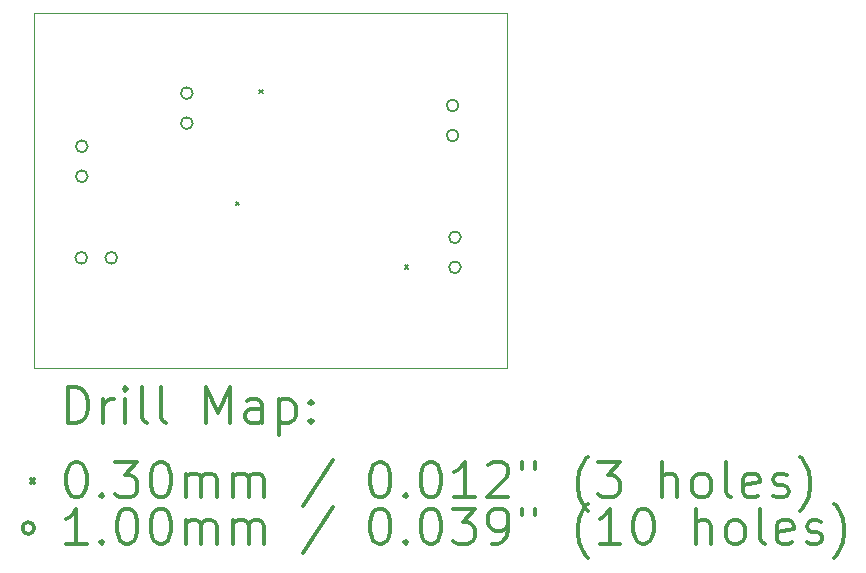
<source format=gbr>
%FSLAX45Y45*%
G04 Gerber Fmt 4.5, Leading zero omitted, Abs format (unit mm)*
G04 Created by KiCad (PCBNEW (5.1.5-0)) date 2022-03-29 15:48:20*
%MOMM*%
%LPD*%
G04 APERTURE LIST*
%TA.AperFunction,Profile*%
%ADD10C,0.038100*%
%TD*%
%ADD11C,0.200000*%
%ADD12C,0.300000*%
G04 APERTURE END LIST*
D10*
X-4500000Y-2500000D02*
X-4500000Y500000D01*
X-500000Y-2500000D02*
X-4500000Y-2500000D01*
X-500000Y500000D02*
X-500000Y-2500000D01*
X-4500000Y500000D02*
X-500000Y500000D01*
D11*
X-2795000Y-1095000D02*
X-2765000Y-1125000D01*
X-2765000Y-1095000D02*
X-2795000Y-1125000D01*
X-2595000Y-145000D02*
X-2565000Y-175000D01*
X-2565000Y-145000D02*
X-2595000Y-175000D01*
X-1365000Y-1635000D02*
X-1335000Y-1665000D01*
X-1335000Y-1635000D02*
X-1365000Y-1665000D01*
X-4050000Y-626000D02*
G75*
G03X-4050000Y-626000I-50000J0D01*
G01*
X-4050000Y-880000D02*
G75*
G03X-4050000Y-880000I-50000J0D01*
G01*
X-910000Y-280000D02*
G75*
G03X-910000Y-280000I-50000J0D01*
G01*
X-910000Y-534000D02*
G75*
G03X-910000Y-534000I-50000J0D01*
G01*
X-890000Y-1396000D02*
G75*
G03X-890000Y-1396000I-50000J0D01*
G01*
X-890000Y-1650000D02*
G75*
G03X-890000Y-1650000I-50000J0D01*
G01*
X-4054000Y-1570000D02*
G75*
G03X-4054000Y-1570000I-50000J0D01*
G01*
X-3800000Y-1570000D02*
G75*
G03X-3800000Y-1570000I-50000J0D01*
G01*
X-3160000Y-176000D02*
G75*
G03X-3160000Y-176000I-50000J0D01*
G01*
X-3160000Y-430000D02*
G75*
G03X-3160000Y-430000I-50000J0D01*
G01*
D12*
X-4215477Y-2967619D02*
X-4215477Y-2667619D01*
X-4144048Y-2667619D01*
X-4101191Y-2681905D01*
X-4072619Y-2710477D01*
X-4058334Y-2739048D01*
X-4044048Y-2796191D01*
X-4044048Y-2839048D01*
X-4058334Y-2896191D01*
X-4072619Y-2924762D01*
X-4101191Y-2953334D01*
X-4144048Y-2967619D01*
X-4215477Y-2967619D01*
X-3915476Y-2967619D02*
X-3915476Y-2767619D01*
X-3915476Y-2824762D02*
X-3901191Y-2796191D01*
X-3886905Y-2781905D01*
X-3858334Y-2767619D01*
X-3829762Y-2767619D01*
X-3729762Y-2967619D02*
X-3729762Y-2767619D01*
X-3729762Y-2667619D02*
X-3744048Y-2681905D01*
X-3729762Y-2696191D01*
X-3715476Y-2681905D01*
X-3729762Y-2667619D01*
X-3729762Y-2696191D01*
X-3544048Y-2967619D02*
X-3572619Y-2953334D01*
X-3586905Y-2924762D01*
X-3586905Y-2667619D01*
X-3386905Y-2967619D02*
X-3415476Y-2953334D01*
X-3429762Y-2924762D01*
X-3429762Y-2667619D01*
X-3044048Y-2967619D02*
X-3044048Y-2667619D01*
X-2944048Y-2881905D01*
X-2844048Y-2667619D01*
X-2844048Y-2967619D01*
X-2572619Y-2967619D02*
X-2572619Y-2810476D01*
X-2586905Y-2781905D01*
X-2615477Y-2767619D01*
X-2672619Y-2767619D01*
X-2701191Y-2781905D01*
X-2572619Y-2953334D02*
X-2601191Y-2967619D01*
X-2672619Y-2967619D01*
X-2701191Y-2953334D01*
X-2715477Y-2924762D01*
X-2715477Y-2896191D01*
X-2701191Y-2867619D01*
X-2672619Y-2853334D01*
X-2601191Y-2853334D01*
X-2572619Y-2839048D01*
X-2429762Y-2767619D02*
X-2429762Y-3067619D01*
X-2429762Y-2781905D02*
X-2401191Y-2767619D01*
X-2344048Y-2767619D01*
X-2315477Y-2781905D01*
X-2301191Y-2796191D01*
X-2286905Y-2824762D01*
X-2286905Y-2910476D01*
X-2301191Y-2939048D01*
X-2315477Y-2953334D01*
X-2344048Y-2967619D01*
X-2401191Y-2967619D01*
X-2429762Y-2953334D01*
X-2158334Y-2939048D02*
X-2144048Y-2953334D01*
X-2158334Y-2967619D01*
X-2172619Y-2953334D01*
X-2158334Y-2939048D01*
X-2158334Y-2967619D01*
X-2158334Y-2781905D02*
X-2144048Y-2796191D01*
X-2158334Y-2810476D01*
X-2172619Y-2796191D01*
X-2158334Y-2781905D01*
X-2158334Y-2810476D01*
X-4531905Y-3446905D02*
X-4501905Y-3476905D01*
X-4501905Y-3446905D02*
X-4531905Y-3476905D01*
X-4158334Y-3297619D02*
X-4129762Y-3297619D01*
X-4101191Y-3311905D01*
X-4086905Y-3326191D01*
X-4072619Y-3354762D01*
X-4058334Y-3411905D01*
X-4058334Y-3483334D01*
X-4072619Y-3540476D01*
X-4086905Y-3569048D01*
X-4101191Y-3583334D01*
X-4129762Y-3597619D01*
X-4158334Y-3597619D01*
X-4186905Y-3583334D01*
X-4201191Y-3569048D01*
X-4215477Y-3540476D01*
X-4229762Y-3483334D01*
X-4229762Y-3411905D01*
X-4215477Y-3354762D01*
X-4201191Y-3326191D01*
X-4186905Y-3311905D01*
X-4158334Y-3297619D01*
X-3929762Y-3569048D02*
X-3915476Y-3583334D01*
X-3929762Y-3597619D01*
X-3944048Y-3583334D01*
X-3929762Y-3569048D01*
X-3929762Y-3597619D01*
X-3815476Y-3297619D02*
X-3629762Y-3297619D01*
X-3729762Y-3411905D01*
X-3686905Y-3411905D01*
X-3658334Y-3426191D01*
X-3644048Y-3440476D01*
X-3629762Y-3469048D01*
X-3629762Y-3540476D01*
X-3644048Y-3569048D01*
X-3658334Y-3583334D01*
X-3686905Y-3597619D01*
X-3772619Y-3597619D01*
X-3801191Y-3583334D01*
X-3815476Y-3569048D01*
X-3444048Y-3297619D02*
X-3415476Y-3297619D01*
X-3386905Y-3311905D01*
X-3372619Y-3326191D01*
X-3358334Y-3354762D01*
X-3344048Y-3411905D01*
X-3344048Y-3483334D01*
X-3358334Y-3540476D01*
X-3372619Y-3569048D01*
X-3386905Y-3583334D01*
X-3415476Y-3597619D01*
X-3444048Y-3597619D01*
X-3472619Y-3583334D01*
X-3486905Y-3569048D01*
X-3501191Y-3540476D01*
X-3515476Y-3483334D01*
X-3515476Y-3411905D01*
X-3501191Y-3354762D01*
X-3486905Y-3326191D01*
X-3472619Y-3311905D01*
X-3444048Y-3297619D01*
X-3215476Y-3597619D02*
X-3215476Y-3397619D01*
X-3215476Y-3426191D02*
X-3201191Y-3411905D01*
X-3172619Y-3397619D01*
X-3129762Y-3397619D01*
X-3101191Y-3411905D01*
X-3086905Y-3440476D01*
X-3086905Y-3597619D01*
X-3086905Y-3440476D02*
X-3072619Y-3411905D01*
X-3044048Y-3397619D01*
X-3001191Y-3397619D01*
X-2972619Y-3411905D01*
X-2958334Y-3440476D01*
X-2958334Y-3597619D01*
X-2815476Y-3597619D02*
X-2815476Y-3397619D01*
X-2815476Y-3426191D02*
X-2801191Y-3411905D01*
X-2772619Y-3397619D01*
X-2729762Y-3397619D01*
X-2701191Y-3411905D01*
X-2686905Y-3440476D01*
X-2686905Y-3597619D01*
X-2686905Y-3440476D02*
X-2672619Y-3411905D01*
X-2644048Y-3397619D01*
X-2601191Y-3397619D01*
X-2572619Y-3411905D01*
X-2558334Y-3440476D01*
X-2558334Y-3597619D01*
X-1972619Y-3283334D02*
X-2229762Y-3669048D01*
X-1586905Y-3297619D02*
X-1558334Y-3297619D01*
X-1529762Y-3311905D01*
X-1515476Y-3326191D01*
X-1501191Y-3354762D01*
X-1486905Y-3411905D01*
X-1486905Y-3483334D01*
X-1501191Y-3540476D01*
X-1515476Y-3569048D01*
X-1529762Y-3583334D01*
X-1558334Y-3597619D01*
X-1586905Y-3597619D01*
X-1615476Y-3583334D01*
X-1629762Y-3569048D01*
X-1644048Y-3540476D01*
X-1658334Y-3483334D01*
X-1658334Y-3411905D01*
X-1644048Y-3354762D01*
X-1629762Y-3326191D01*
X-1615476Y-3311905D01*
X-1586905Y-3297619D01*
X-1358334Y-3569048D02*
X-1344048Y-3583334D01*
X-1358334Y-3597619D01*
X-1372619Y-3583334D01*
X-1358334Y-3569048D01*
X-1358334Y-3597619D01*
X-1158334Y-3297619D02*
X-1129762Y-3297619D01*
X-1101191Y-3311905D01*
X-1086905Y-3326191D01*
X-1072619Y-3354762D01*
X-1058334Y-3411905D01*
X-1058334Y-3483334D01*
X-1072619Y-3540476D01*
X-1086905Y-3569048D01*
X-1101191Y-3583334D01*
X-1129762Y-3597619D01*
X-1158334Y-3597619D01*
X-1186905Y-3583334D01*
X-1201191Y-3569048D01*
X-1215477Y-3540476D01*
X-1229762Y-3483334D01*
X-1229762Y-3411905D01*
X-1215477Y-3354762D01*
X-1201191Y-3326191D01*
X-1186905Y-3311905D01*
X-1158334Y-3297619D01*
X-772619Y-3597619D02*
X-944048Y-3597619D01*
X-858334Y-3597619D02*
X-858334Y-3297619D01*
X-886905Y-3340476D01*
X-915476Y-3369048D01*
X-944048Y-3383334D01*
X-658334Y-3326191D02*
X-644048Y-3311905D01*
X-615477Y-3297619D01*
X-544048Y-3297619D01*
X-515476Y-3311905D01*
X-501191Y-3326191D01*
X-486905Y-3354762D01*
X-486905Y-3383334D01*
X-501191Y-3426191D01*
X-672619Y-3597619D01*
X-486905Y-3597619D01*
X-372619Y-3297619D02*
X-372619Y-3354762D01*
X-258334Y-3297619D02*
X-258334Y-3354762D01*
X184523Y-3711905D02*
X170238Y-3697619D01*
X141666Y-3654762D01*
X127381Y-3626191D01*
X113095Y-3583334D01*
X98809Y-3511905D01*
X98809Y-3454762D01*
X113095Y-3383334D01*
X127381Y-3340476D01*
X141666Y-3311905D01*
X170238Y-3269048D01*
X184523Y-3254762D01*
X270238Y-3297619D02*
X455952Y-3297619D01*
X355952Y-3411905D01*
X398809Y-3411905D01*
X427381Y-3426191D01*
X441666Y-3440476D01*
X455952Y-3469048D01*
X455952Y-3540476D01*
X441666Y-3569048D01*
X427381Y-3583334D01*
X398809Y-3597619D01*
X313095Y-3597619D01*
X284523Y-3583334D01*
X270238Y-3569048D01*
X813095Y-3597619D02*
X813095Y-3297619D01*
X941666Y-3597619D02*
X941666Y-3440476D01*
X927381Y-3411905D01*
X898809Y-3397619D01*
X855952Y-3397619D01*
X827381Y-3411905D01*
X813095Y-3426191D01*
X1127381Y-3597619D02*
X1098809Y-3583334D01*
X1084523Y-3569048D01*
X1070238Y-3540476D01*
X1070238Y-3454762D01*
X1084523Y-3426191D01*
X1098809Y-3411905D01*
X1127381Y-3397619D01*
X1170238Y-3397619D01*
X1198809Y-3411905D01*
X1213095Y-3426191D01*
X1227381Y-3454762D01*
X1227381Y-3540476D01*
X1213095Y-3569048D01*
X1198809Y-3583334D01*
X1170238Y-3597619D01*
X1127381Y-3597619D01*
X1398809Y-3597619D02*
X1370238Y-3583334D01*
X1355952Y-3554762D01*
X1355952Y-3297619D01*
X1627381Y-3583334D02*
X1598809Y-3597619D01*
X1541666Y-3597619D01*
X1513095Y-3583334D01*
X1498809Y-3554762D01*
X1498809Y-3440476D01*
X1513095Y-3411905D01*
X1541666Y-3397619D01*
X1598809Y-3397619D01*
X1627381Y-3411905D01*
X1641666Y-3440476D01*
X1641666Y-3469048D01*
X1498809Y-3497619D01*
X1755952Y-3583334D02*
X1784523Y-3597619D01*
X1841666Y-3597619D01*
X1870238Y-3583334D01*
X1884523Y-3554762D01*
X1884523Y-3540476D01*
X1870238Y-3511905D01*
X1841666Y-3497619D01*
X1798809Y-3497619D01*
X1770238Y-3483334D01*
X1755952Y-3454762D01*
X1755952Y-3440476D01*
X1770238Y-3411905D01*
X1798809Y-3397619D01*
X1841666Y-3397619D01*
X1870238Y-3411905D01*
X1984523Y-3711905D02*
X1998809Y-3697619D01*
X2027381Y-3654762D01*
X2041666Y-3626191D01*
X2055952Y-3583334D01*
X2070238Y-3511905D01*
X2070238Y-3454762D01*
X2055952Y-3383334D01*
X2041666Y-3340476D01*
X2027381Y-3311905D01*
X1998809Y-3269048D01*
X1984523Y-3254762D01*
X-4501905Y-3857905D02*
G75*
G03X-4501905Y-3857905I-50000J0D01*
G01*
X-4058334Y-3993619D02*
X-4229762Y-3993619D01*
X-4144048Y-3993619D02*
X-4144048Y-3693619D01*
X-4172619Y-3736476D01*
X-4201191Y-3765048D01*
X-4229762Y-3779334D01*
X-3929762Y-3965048D02*
X-3915476Y-3979334D01*
X-3929762Y-3993619D01*
X-3944048Y-3979334D01*
X-3929762Y-3965048D01*
X-3929762Y-3993619D01*
X-3729762Y-3693619D02*
X-3701191Y-3693619D01*
X-3672619Y-3707905D01*
X-3658334Y-3722191D01*
X-3644048Y-3750762D01*
X-3629762Y-3807905D01*
X-3629762Y-3879334D01*
X-3644048Y-3936476D01*
X-3658334Y-3965048D01*
X-3672619Y-3979334D01*
X-3701191Y-3993619D01*
X-3729762Y-3993619D01*
X-3758334Y-3979334D01*
X-3772619Y-3965048D01*
X-3786905Y-3936476D01*
X-3801191Y-3879334D01*
X-3801191Y-3807905D01*
X-3786905Y-3750762D01*
X-3772619Y-3722191D01*
X-3758334Y-3707905D01*
X-3729762Y-3693619D01*
X-3444048Y-3693619D02*
X-3415476Y-3693619D01*
X-3386905Y-3707905D01*
X-3372619Y-3722191D01*
X-3358334Y-3750762D01*
X-3344048Y-3807905D01*
X-3344048Y-3879334D01*
X-3358334Y-3936476D01*
X-3372619Y-3965048D01*
X-3386905Y-3979334D01*
X-3415476Y-3993619D01*
X-3444048Y-3993619D01*
X-3472619Y-3979334D01*
X-3486905Y-3965048D01*
X-3501191Y-3936476D01*
X-3515476Y-3879334D01*
X-3515476Y-3807905D01*
X-3501191Y-3750762D01*
X-3486905Y-3722191D01*
X-3472619Y-3707905D01*
X-3444048Y-3693619D01*
X-3215476Y-3993619D02*
X-3215476Y-3793619D01*
X-3215476Y-3822191D02*
X-3201191Y-3807905D01*
X-3172619Y-3793619D01*
X-3129762Y-3793619D01*
X-3101191Y-3807905D01*
X-3086905Y-3836476D01*
X-3086905Y-3993619D01*
X-3086905Y-3836476D02*
X-3072619Y-3807905D01*
X-3044048Y-3793619D01*
X-3001191Y-3793619D01*
X-2972619Y-3807905D01*
X-2958334Y-3836476D01*
X-2958334Y-3993619D01*
X-2815476Y-3993619D02*
X-2815476Y-3793619D01*
X-2815476Y-3822191D02*
X-2801191Y-3807905D01*
X-2772619Y-3793619D01*
X-2729762Y-3793619D01*
X-2701191Y-3807905D01*
X-2686905Y-3836476D01*
X-2686905Y-3993619D01*
X-2686905Y-3836476D02*
X-2672619Y-3807905D01*
X-2644048Y-3793619D01*
X-2601191Y-3793619D01*
X-2572619Y-3807905D01*
X-2558334Y-3836476D01*
X-2558334Y-3993619D01*
X-1972619Y-3679334D02*
X-2229762Y-4065048D01*
X-1586905Y-3693619D02*
X-1558334Y-3693619D01*
X-1529762Y-3707905D01*
X-1515476Y-3722191D01*
X-1501191Y-3750762D01*
X-1486905Y-3807905D01*
X-1486905Y-3879334D01*
X-1501191Y-3936476D01*
X-1515476Y-3965048D01*
X-1529762Y-3979334D01*
X-1558334Y-3993619D01*
X-1586905Y-3993619D01*
X-1615476Y-3979334D01*
X-1629762Y-3965048D01*
X-1644048Y-3936476D01*
X-1658334Y-3879334D01*
X-1658334Y-3807905D01*
X-1644048Y-3750762D01*
X-1629762Y-3722191D01*
X-1615476Y-3707905D01*
X-1586905Y-3693619D01*
X-1358334Y-3965048D02*
X-1344048Y-3979334D01*
X-1358334Y-3993619D01*
X-1372619Y-3979334D01*
X-1358334Y-3965048D01*
X-1358334Y-3993619D01*
X-1158334Y-3693619D02*
X-1129762Y-3693619D01*
X-1101191Y-3707905D01*
X-1086905Y-3722191D01*
X-1072619Y-3750762D01*
X-1058334Y-3807905D01*
X-1058334Y-3879334D01*
X-1072619Y-3936476D01*
X-1086905Y-3965048D01*
X-1101191Y-3979334D01*
X-1129762Y-3993619D01*
X-1158334Y-3993619D01*
X-1186905Y-3979334D01*
X-1201191Y-3965048D01*
X-1215477Y-3936476D01*
X-1229762Y-3879334D01*
X-1229762Y-3807905D01*
X-1215477Y-3750762D01*
X-1201191Y-3722191D01*
X-1186905Y-3707905D01*
X-1158334Y-3693619D01*
X-958334Y-3693619D02*
X-772619Y-3693619D01*
X-872619Y-3807905D01*
X-829762Y-3807905D01*
X-801191Y-3822191D01*
X-786905Y-3836476D01*
X-772619Y-3865048D01*
X-772619Y-3936476D01*
X-786905Y-3965048D01*
X-801191Y-3979334D01*
X-829762Y-3993619D01*
X-915476Y-3993619D01*
X-944048Y-3979334D01*
X-958334Y-3965048D01*
X-629762Y-3993619D02*
X-572619Y-3993619D01*
X-544048Y-3979334D01*
X-529762Y-3965048D01*
X-501191Y-3922191D01*
X-486905Y-3865048D01*
X-486905Y-3750762D01*
X-501191Y-3722191D01*
X-515476Y-3707905D01*
X-544048Y-3693619D01*
X-601191Y-3693619D01*
X-629762Y-3707905D01*
X-644048Y-3722191D01*
X-658334Y-3750762D01*
X-658334Y-3822191D01*
X-644048Y-3850762D01*
X-629762Y-3865048D01*
X-601191Y-3879334D01*
X-544048Y-3879334D01*
X-515476Y-3865048D01*
X-501191Y-3850762D01*
X-486905Y-3822191D01*
X-372619Y-3693619D02*
X-372619Y-3750762D01*
X-258334Y-3693619D02*
X-258334Y-3750762D01*
X184523Y-4107905D02*
X170238Y-4093619D01*
X141666Y-4050762D01*
X127381Y-4022191D01*
X113095Y-3979334D01*
X98809Y-3907905D01*
X98809Y-3850762D01*
X113095Y-3779334D01*
X127381Y-3736476D01*
X141666Y-3707905D01*
X170238Y-3665048D01*
X184523Y-3650762D01*
X455952Y-3993619D02*
X284523Y-3993619D01*
X370238Y-3993619D02*
X370238Y-3693619D01*
X341666Y-3736476D01*
X313095Y-3765048D01*
X284523Y-3779334D01*
X641666Y-3693619D02*
X670238Y-3693619D01*
X698809Y-3707905D01*
X713095Y-3722191D01*
X727381Y-3750762D01*
X741666Y-3807905D01*
X741666Y-3879334D01*
X727381Y-3936476D01*
X713095Y-3965048D01*
X698809Y-3979334D01*
X670238Y-3993619D01*
X641666Y-3993619D01*
X613095Y-3979334D01*
X598809Y-3965048D01*
X584523Y-3936476D01*
X570238Y-3879334D01*
X570238Y-3807905D01*
X584523Y-3750762D01*
X598809Y-3722191D01*
X613095Y-3707905D01*
X641666Y-3693619D01*
X1098809Y-3993619D02*
X1098809Y-3693619D01*
X1227381Y-3993619D02*
X1227381Y-3836476D01*
X1213095Y-3807905D01*
X1184523Y-3793619D01*
X1141666Y-3793619D01*
X1113095Y-3807905D01*
X1098809Y-3822191D01*
X1413095Y-3993619D02*
X1384523Y-3979334D01*
X1370238Y-3965048D01*
X1355952Y-3936476D01*
X1355952Y-3850762D01*
X1370238Y-3822191D01*
X1384523Y-3807905D01*
X1413095Y-3793619D01*
X1455952Y-3793619D01*
X1484523Y-3807905D01*
X1498809Y-3822191D01*
X1513095Y-3850762D01*
X1513095Y-3936476D01*
X1498809Y-3965048D01*
X1484523Y-3979334D01*
X1455952Y-3993619D01*
X1413095Y-3993619D01*
X1684523Y-3993619D02*
X1655952Y-3979334D01*
X1641666Y-3950762D01*
X1641666Y-3693619D01*
X1913095Y-3979334D02*
X1884523Y-3993619D01*
X1827381Y-3993619D01*
X1798809Y-3979334D01*
X1784523Y-3950762D01*
X1784523Y-3836476D01*
X1798809Y-3807905D01*
X1827381Y-3793619D01*
X1884523Y-3793619D01*
X1913095Y-3807905D01*
X1927381Y-3836476D01*
X1927381Y-3865048D01*
X1784523Y-3893619D01*
X2041666Y-3979334D02*
X2070238Y-3993619D01*
X2127381Y-3993619D01*
X2155952Y-3979334D01*
X2170238Y-3950762D01*
X2170238Y-3936476D01*
X2155952Y-3907905D01*
X2127381Y-3893619D01*
X2084523Y-3893619D01*
X2055952Y-3879334D01*
X2041666Y-3850762D01*
X2041666Y-3836476D01*
X2055952Y-3807905D01*
X2084523Y-3793619D01*
X2127381Y-3793619D01*
X2155952Y-3807905D01*
X2270238Y-4107905D02*
X2284523Y-4093619D01*
X2313095Y-4050762D01*
X2327381Y-4022191D01*
X2341666Y-3979334D01*
X2355952Y-3907905D01*
X2355952Y-3850762D01*
X2341666Y-3779334D01*
X2327381Y-3736476D01*
X2313095Y-3707905D01*
X2284523Y-3665048D01*
X2270238Y-3650762D01*
M02*

</source>
